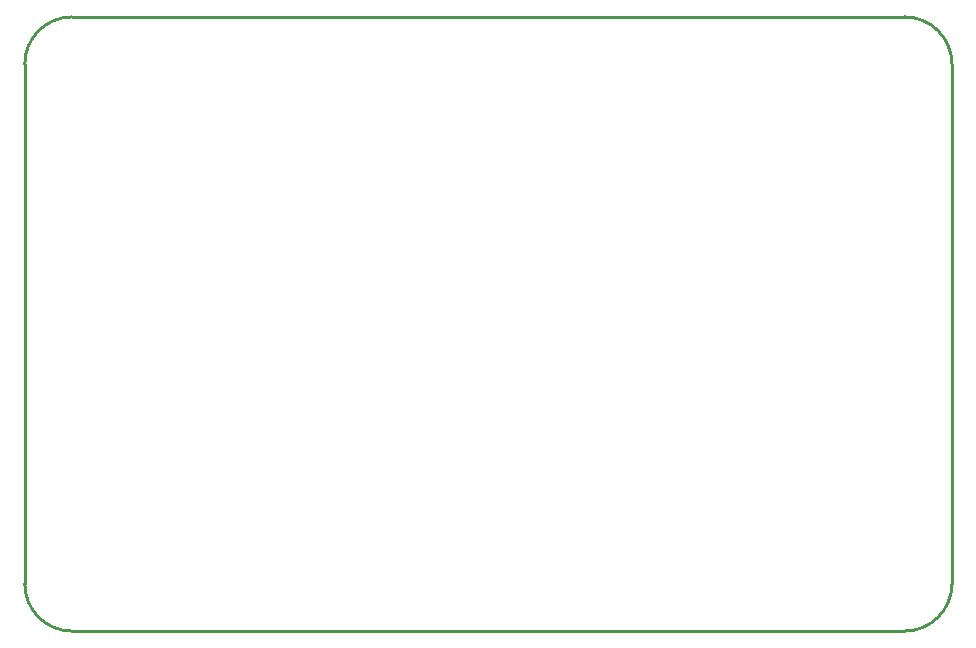
<source format=gko>
G04 Layer: BoardOutlineLayer*
G04 EasyEDA v6.5.50, 2025-04-28 15:17:28*
G04 ec43f4f42a0a4547a17121b9b8cfd53d,1edd566ed00f4b82bd531d174b10065b,10*
G04 Gerber Generator version 0.2*
G04 Scale: 100 percent, Rotated: No, Reflected: No *
G04 Dimensions in millimeters *
G04 leading zeros omitted , absolute positions ,4 integer and 5 decimal *
%FSLAX45Y45*%
%MOMM*%

%ADD10C,0.2540*%
%ADD11C,0.0143*%
D10*
X-31699Y8717991D02*
G01*
X-31699Y4318000D01*
X368300Y3918000D02*
G01*
X7418285Y3918000D01*
X7818285Y4318000D02*
G01*
X7818285Y8717991D01*
X7418285Y9117990D02*
G01*
X368300Y9117990D01*
G75*
G01*
X7818285Y8717991D02*
G03*
X7418286Y9117990I-399999J0D01*
G75*
G01*
X7418286Y3918001D02*
G03*
X7818285Y4318000I0J399999D01*
G75*
G01*
X-31699Y4318000D02*
G03*
X368300Y3918001I399999J0D01*
G75*
G01*
X368300Y9117990D02*
G03*
X-31699Y8717991I0J-399999D01*

%LPD*%
M02*

</source>
